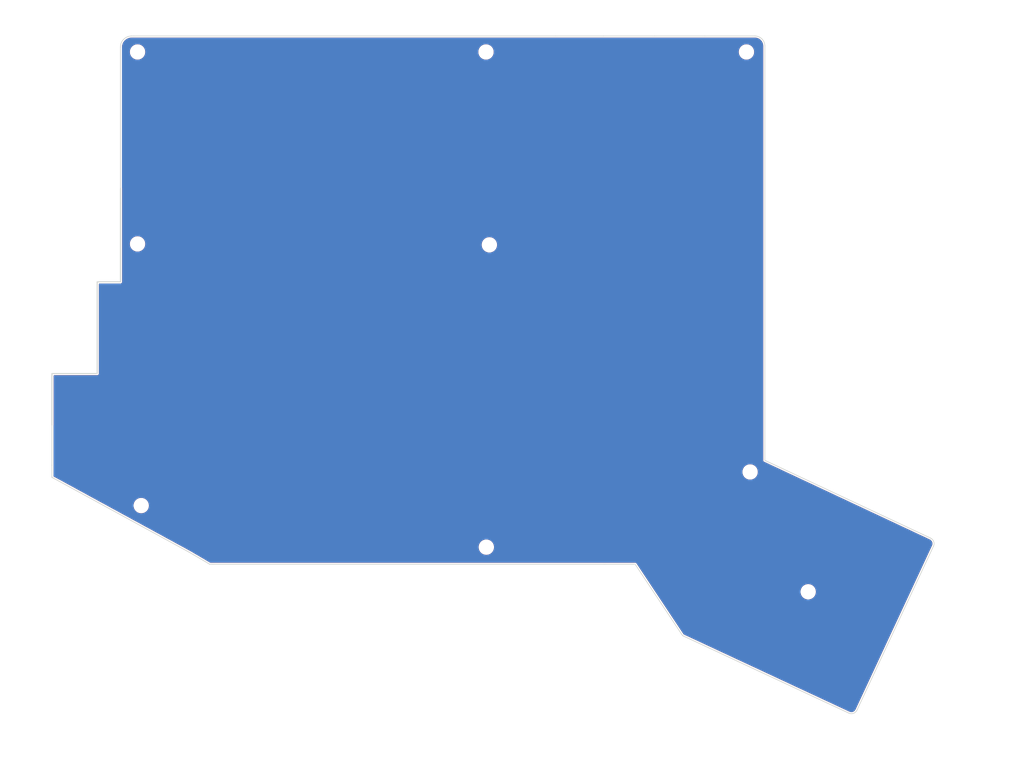
<source format=kicad_pcb>
(kicad_pcb (version 20171130) (host pcbnew "(5.1.5)-3")

  (general
    (thickness 1.6)
    (drawings 34)
    (tracks 0)
    (zones 0)
    (modules 9)
    (nets 1)
  )

  (page A4)
  (layers
    (0 F.Cu signal)
    (31 B.Cu signal)
    (32 B.Adhes user)
    (33 F.Adhes user)
    (34 B.Paste user)
    (35 F.Paste user)
    (36 B.SilkS user)
    (37 F.SilkS user)
    (38 B.Mask user)
    (39 F.Mask user)
    (40 Dwgs.User user)
    (41 Cmts.User user)
    (42 Eco1.User user)
    (43 Eco2.User user)
    (44 Edge.Cuts user)
    (45 Margin user hide)
    (46 B.CrtYd user hide)
    (47 F.CrtYd user hide)
    (48 B.Fab user hide)
    (49 F.Fab user hide)
  )

  (setup
    (last_trace_width 0.25)
    (user_trace_width 0.508)
    (user_trace_width 1.016)
    (trace_clearance 0.2032)
    (zone_clearance 0.254)
    (zone_45_only no)
    (trace_min 0.2)
    (via_size 0.8)
    (via_drill 0.4)
    (via_min_size 0.4064)
    (via_min_drill 0.3048)
    (user_via 0.508 0.3048)
    (user_via 1.016 0.508)
    (uvia_size 0.3)
    (uvia_drill 0.1)
    (uvias_allowed no)
    (uvia_min_size 0.2)
    (uvia_min_drill 0.1)
    (edge_width 0.15)
    (segment_width 0.2)
    (pcb_text_width 0.3)
    (pcb_text_size 1.5 1.5)
    (mod_edge_width 0.15)
    (mod_text_size 1 1)
    (mod_text_width 0.15)
    (pad_size 4 4)
    (pad_drill 2.5)
    (pad_to_mask_clearance 0.051)
    (solder_mask_min_width 0.25)
    (aux_axis_origin 0 0)
    (visible_elements 7FFFFFFF)
    (pcbplotparams
      (layerselection 0x01ff0_ffffffff)
      (usegerberextensions false)
      (usegerberattributes false)
      (usegerberadvancedattributes false)
      (creategerberjobfile false)
      (excludeedgelayer true)
      (linewidth 0.100000)
      (plotframeref false)
      (viasonmask false)
      (mode 1)
      (useauxorigin false)
      (hpglpennumber 1)
      (hpglpenspeed 20)
      (hpglpendiameter 15.000000)
      (psnegative false)
      (psa4output false)
      (plotreference true)
      (plotvalue true)
      (plotinvisibletext false)
      (padsonsilk false)
      (subtractmaskfromsilk false)
      (outputformat 1)
      (mirror false)
      (drillshape 0)
      (scaleselection 1)
      (outputdirectory "top_2u_left_v2"))
  )

  (net 0 "")

  (net_class Default "This is the default net class."
    (clearance 0.2032)
    (trace_width 0.25)
    (via_dia 0.8)
    (via_drill 0.4)
    (uvia_dia 0.3)
    (uvia_drill 0.1)
  )

  (module MountingHole:MountingHole_2.7mm_M2.5 (layer F.Cu) (tedit 56D1B4CB) (tstamp 5E26A1A9)
    (at 167.386 107.823)
    (descr "Mounting Hole 2.7mm, no annular, M2.5")
    (tags "mounting hole 2.7mm no annular m2.5")
    (path /5E12675F)
    (attr virtual)
    (fp_text reference H12 (at 0 -3.7) (layer Cmts.User)
      (effects (font (size 1 1) (thickness 0.15)))
    )
    (fp_text value MountingHole (at 0 3.7) (layer F.Fab)
      (effects (font (size 1 1) (thickness 0.15)))
    )
    (fp_circle (center 0 0) (end 2.95 0) (layer F.CrtYd) (width 0.05))
    (fp_circle (center 0 0) (end 2.7 0) (layer Cmts.User) (width 0.15))
    (fp_text user %R (at 0.3 0) (layer F.Fab)
      (effects (font (size 1 1) (thickness 0.15)))
    )
    (pad 1 np_thru_hole circle (at 0 0) (size 2.7 2.7) (drill 2.7) (layers *.Cu *.Mask))
  )

  (module MountingHole:MountingHole_2.7mm_M2.5 (layer F.Cu) (tedit 56D1B4CB) (tstamp 5E26A1A5)
    (at 40.132 20.574)
    (descr "Mounting Hole 2.7mm, no annular, M2.5")
    (tags "mounting hole 2.7mm no annular m2.5")
    (path /5E12F4D5)
    (attr virtual)
    (fp_text reference H11 (at 0 -3.7) (layer Cmts.User)
      (effects (font (size 1 1) (thickness 0.15)))
    )
    (fp_text value MountingHole (at 0 3.7) (layer F.Fab)
      (effects (font (size 1 1) (thickness 0.15)))
    )
    (fp_circle (center 0 0) (end 2.95 0) (layer F.CrtYd) (width 0.05))
    (fp_circle (center 0 0) (end 2.7 0) (layer Cmts.User) (width 0.15))
    (fp_text user %R (at 0.3 0) (layer F.Fab)
      (effects (font (size 1 1) (thickness 0.15)))
    )
    (pad 1 np_thru_hole circle (at 0 0) (size 2.7 2.7) (drill 2.7) (layers *.Cu *.Mask))
  )

  (module MountingHole:MountingHole_2.7mm_M2.5 (layer F.Cu) (tedit 56D1B4CB) (tstamp 5E26A1A1)
    (at 40.132 60.452)
    (descr "Mounting Hole 2.7mm, no annular, M2.5")
    (tags "mounting hole 2.7mm no annular m2.5")
    (path /5E138366)
    (attr virtual)
    (fp_text reference H10 (at 0 -3.7) (layer Cmts.User)
      (effects (font (size 1 1) (thickness 0.15)))
    )
    (fp_text value MountingHole (at 0 3.7) (layer F.Fab)
      (effects (font (size 1 1) (thickness 0.15)))
    )
    (fp_circle (center 0 0) (end 2.95 0) (layer F.CrtYd) (width 0.05))
    (fp_circle (center 0 0) (end 2.7 0) (layer Cmts.User) (width 0.15))
    (fp_text user %R (at 0.3 0) (layer F.Fab)
      (effects (font (size 1 1) (thickness 0.15)))
    )
    (pad 1 np_thru_hole circle (at 0 0) (size 2.7 2.7) (drill 2.7) (layers *.Cu *.Mask))
  )

  (module MountingHole:MountingHole_2.7mm_M2.5 (layer F.Cu) (tedit 56D1B4CB) (tstamp 5E26A19D)
    (at 112.522 20.574)
    (descr "Mounting Hole 2.7mm, no annular, M2.5")
    (tags "mounting hole 2.7mm no annular m2.5")
    (path /5E138374)
    (attr virtual)
    (fp_text reference H9 (at 0 -3.7) (layer Cmts.User)
      (effects (font (size 1 1) (thickness 0.15)))
    )
    (fp_text value MountingHole (at 0 3.7) (layer F.Fab)
      (effects (font (size 1 1) (thickness 0.15)))
    )
    (fp_circle (center 0 0) (end 2.95 0) (layer F.CrtYd) (width 0.05))
    (fp_circle (center 0 0) (end 2.7 0) (layer Cmts.User) (width 0.15))
    (fp_text user %R (at 0.3 0) (layer F.Fab)
      (effects (font (size 1 1) (thickness 0.15)))
    )
    (pad 1 np_thru_hole circle (at 0 0) (size 2.7 2.7) (drill 2.7) (layers *.Cu *.Mask))
  )

  (module MountingHole:MountingHole_2.7mm_M2.5 (layer F.Cu) (tedit 56D1B4CB) (tstamp 5E26A199)
    (at 179.451 132.715)
    (descr "Mounting Hole 2.7mm, no annular, M2.5")
    (tags "mounting hole 2.7mm no annular m2.5")
    (path /5E13836D)
    (attr virtual)
    (fp_text reference H8 (at 0 -3.7) (layer Cmts.User)
      (effects (font (size 1 1) (thickness 0.15)))
    )
    (fp_text value MountingHole (at 0 3.7) (layer F.Fab)
      (effects (font (size 1 1) (thickness 0.15)))
    )
    (fp_circle (center 0 0) (end 2.95 0) (layer F.CrtYd) (width 0.05))
    (fp_circle (center 0 0) (end 2.7 0) (layer Cmts.User) (width 0.15))
    (fp_text user %R (at 0.3 0) (layer F.Fab)
      (effects (font (size 1 1) (thickness 0.15)))
    )
    (pad 1 np_thru_hole circle (at 0 0) (size 2.7 2.7) (drill 2.7) (layers *.Cu *.Mask))
  )

  (module MountingHole:MountingHole_2.7mm_M2.5 (layer F.Cu) (tedit 56D1B4CB) (tstamp 5E26A191)
    (at 113.22 60.6425)
    (descr "Mounting Hole 2.7mm, no annular, M2.5")
    (tags "mounting hole 2.7mm no annular m2.5")
    (path /5E126410)
    (attr virtual)
    (fp_text reference H5 (at 0 -3.7) (layer Cmts.User)
      (effects (font (size 1 1) (thickness 0.15)))
    )
    (fp_text value MountingHole (at 0 3.7) (layer F.Fab)
      (effects (font (size 1 1) (thickness 0.15)))
    )
    (fp_circle (center 0 0) (end 2.95 0) (layer F.CrtYd) (width 0.05))
    (fp_circle (center 0 0) (end 2.7 0) (layer Cmts.User) (width 0.15))
    (fp_text user %R (at 0.3 0) (layer F.Fab)
      (effects (font (size 1 1) (thickness 0.15)))
    )
    (pad 1 np_thru_hole circle (at 0 0) (size 2.7 2.7) (drill 2.7) (layers *.Cu *.Mask))
  )

  (module MountingHole:MountingHole_2.7mm_M2.5 (layer F.Cu) (tedit 56D1B4CB) (tstamp 5E26A18D)
    (at 40.894 114.808)
    (descr "Mounting Hole 2.7mm, no annular, M2.5")
    (tags "mounting hole 2.7mm no annular m2.5")
    (path /5E1411B2)
    (attr virtual)
    (fp_text reference H3 (at 0 -3.7) (layer Cmts.User)
      (effects (font (size 1 1) (thickness 0.15)))
    )
    (fp_text value MountingHole (at 0 3.7) (layer F.Fab)
      (effects (font (size 1 1) (thickness 0.15)))
    )
    (fp_circle (center 0 0) (end 2.95 0) (layer F.CrtYd) (width 0.05))
    (fp_circle (center 0 0) (end 2.7 0) (layer Cmts.User) (width 0.15))
    (fp_text user %R (at 0.3 0) (layer F.Fab)
      (effects (font (size 1 1) (thickness 0.15)))
    )
    (pad 1 np_thru_hole circle (at 0 0) (size 2.7 2.7) (drill 2.7) (layers *.Cu *.Mask))
  )

  (module MountingHole:MountingHole_2.7mm_M2.5 (layer F.Cu) (tedit 56D1B4CB) (tstamp 5E26A189)
    (at 112.586 123.444)
    (descr "Mounting Hole 2.7mm, no annular, M2.5")
    (tags "mounting hole 2.7mm no annular m2.5")
    (path /5E1411AB)
    (attr virtual)
    (fp_text reference H2 (at 0 -3.7) (layer Cmts.User)
      (effects (font (size 1 1) (thickness 0.15)))
    )
    (fp_text value MountingHole (at 0 3.7) (layer F.Fab)
      (effects (font (size 1 1) (thickness 0.15)))
    )
    (fp_circle (center 0 0) (end 2.95 0) (layer F.CrtYd) (width 0.05))
    (fp_circle (center 0 0) (end 2.7 0) (layer Cmts.User) (width 0.15))
    (fp_text user %R (at 0.3 0) (layer F.Fab)
      (effects (font (size 1 1) (thickness 0.15)))
    )
    (pad 1 np_thru_hole circle (at 0 0) (size 2.7 2.7) (drill 2.7) (layers *.Cu *.Mask))
  )

  (module MountingHole:MountingHole_2.7mm_M2.5 (layer F.Cu) (tedit 56D1B4CB) (tstamp 5E26A185)
    (at 166.624 20.574)
    (descr "Mounting Hole 2.7mm, no annular, M2.5")
    (tags "mounting hole 2.7mm no annular m2.5")
    (path /5E1411A4)
    (attr virtual)
    (fp_text reference H1 (at 0 -3.7) (layer Cmts.User)
      (effects (font (size 1 1) (thickness 0.15)))
    )
    (fp_text value MountingHole (at 0 3.7) (layer F.Fab)
      (effects (font (size 1 1) (thickness 0.15)))
    )
    (fp_circle (center 0 0) (end 2.95 0) (layer F.CrtYd) (width 0.05))
    (fp_circle (center 0 0) (end 2.7 0) (layer Cmts.User) (width 0.15))
    (fp_text user %R (at 0.3 0) (layer F.Fab)
      (effects (font (size 1 1) (thickness 0.15)))
    )
    (pad 1 np_thru_hole circle (at 0 0) (size 2.7 2.7) (drill 2.7) (layers *.Cu *.Mask))
  )

  (gr_line (start 31.75 68.326) (end 36.576 68.326) (layer Edge.Cuts) (width 0.2))
  (gr_line (start 38.862 17.272) (end 39.37 17.272) (layer Edge.Cuts) (width 0.15))
  (gr_line (start 36.576 48.895) (end 36.576 19.558) (layer Edge.Cuts) (width 0.15))
  (gr_line (start 36.576 51.943) (end 36.576 48.895) (layer Edge.Cuts) (width 0.2))
  (gr_line (start 36.576 68.326) (end 36.576 51.943) (layer Edge.Cuts) (width 0.2))
  (gr_line (start 31.75 87.376) (end 31.75 68.326) (layer Edge.Cuts) (width 0.2))
  (gr_line (start 22.352 87.376) (end 31.75 87.376) (layer Edge.Cuts) (width 0.2))
  (gr_line (start 22.352 87.503) (end 22.352 87.376) (layer Edge.Cuts) (width 0.2))
  (gr_line (start 22.352 98.044) (end 22.352 87.503) (layer Edge.Cuts) (width 0.2))
  (gr_line (start 157.988 17.272) (end 168.402 17.272) (layer Edge.Cuts) (width 0.15))
  (gr_line (start 147.574 17.272) (end 157.988 17.272) (layer Edge.Cuts) (width 0.15))
  (gr_line (start 136.906 17.272) (end 147.574 17.272) (layer Edge.Cuts) (width 0.15))
  (gr_line (start 127 17.272) (end 136.906 17.272) (layer Edge.Cuts) (width 0.15))
  (gr_arc (start 204.316044 122.709621) (end 205.467055 123.246347) (angle -90) (layer Edge.Cuts) (width 0.15) (tstamp 5E18BE00))
  (gr_line (start 204.392365 121.343921) (end 204.85277 121.55861) (layer Edge.Cuts) (width 0.15) (tstamp 5E18B545))
  (gr_line (start 170.434 19.304) (end 170.434 105.41) (layer Edge.Cuts) (width 0.15))
  (gr_line (start 153.3652 141.8336) (end 143.51 127) (layer Edge.Cuts) (width 0.15))
  (gr_line (start 153.585583 141.929498) (end 153.3652 141.8336) (layer Edge.Cuts) (width 0.15))
  (gr_line (start 205.467055 123.246347) (end 189.57798 157.30474) (layer Edge.Cuts) (width 0.15) (tstamp 5E18BE06))
  (gr_arc (start 188.426969 156.768015) (end 187.890244 157.919026) (angle -90) (layer Edge.Cuts) (width 0.15))
  (gr_line (start 153.585583 141.929498) (end 187.890244 157.919026) (layer Edge.Cuts) (width 0.15))
  (gr_line (start 170.434 105.41) (end 204.392365 121.343921) (layer Edge.Cuts) (width 0.15))
  (gr_arc (start 168.402 19.304) (end 170.434 19.304) (angle -90) (layer Edge.Cuts) (width 0.15))
  (gr_arc (start 38.866 19.558) (end 38.866 17.272) (angle -90) (layer Edge.Cuts) (width 0.15))
  (gr_line (start 127 17.272) (end 39.37 17.272) (layer Edge.Cuts) (width 0.15))
  (gr_line (start 137.16 127) (end 143.51 127) (layer Edge.Cuts) (width 0.15))
  (gr_line (start 22.352 108.966) (end 22.86 109.22) (layer Edge.Cuts) (width 0.15))
  (gr_line (start 22.352 106.426) (end 22.352 108.966) (layer Edge.Cuts) (width 0.15))
  (gr_line (start 22.352 98.044) (end 22.352 106.426) (layer Edge.Cuts) (width 0.15))
  (gr_line (start 55.118 127) (end 55.88 127) (layer Edge.Cuts) (width 0.15))
  (gr_line (start 53.848 126.238) (end 55.118 127) (layer Edge.Cuts) (width 0.15))
  (gr_line (start 50.8 124.46) (end 53.848 126.238) (layer Edge.Cuts) (width 0.15))
  (gr_line (start 55.88 127) (end 137.16 127) (layer Edge.Cuts) (width 0.15))
  (gr_line (start 22.86 109.22) (end 50.8 124.46) (layer Edge.Cuts) (width 0.15))

  (zone (net 0) (net_name "") (layer F.Cu) (tstamp 5E206A11) (hatch edge 0.508)
    (connect_pads yes (clearance 0.254))
    (min_thickness 0.254)
    (fill yes (arc_segments 16) (thermal_gap 0.254) (thermal_bridge_width 0.254))
    (polygon
      (pts
        (xy 195.7705 161.115375) (xy 189.1665 162.3695) (xy 150.27275 148.43125) (xy 138.858625 133.048375) (xy 54.943375 130.857625)
        (xy 18.25625 109.2835) (xy 18.31975 19.7485) (xy 24.47925 15.6845) (xy 169.164 13.589) (xy 174.752 19.431)
        (xy 179.451 99.822) (xy 209.6135 120.36425) (xy 216.4715 125.650625)
      )
    )
    (filled_polygon
      (pts
        (xy 168.707689 17.76016) (xy 169.001735 17.848937) (xy 169.272936 17.993138) (xy 169.510961 18.187266) (xy 169.706751 18.423936)
        (xy 169.85284 18.69412) (xy 169.943669 18.987542) (xy 169.978 19.314187) (xy 169.978001 105.377068) (xy 169.97628 105.388921)
        (xy 169.978001 105.421893) (xy 169.978001 105.432399) (xy 169.979168 105.444245) (xy 169.980962 105.478622) (xy 169.983563 105.488872)
        (xy 169.984599 105.499392) (xy 169.994586 105.532315) (xy 170.003054 105.565686) (xy 170.007606 105.575235) (xy 170.010674 105.585348)
        (xy 170.026893 105.615692) (xy 170.041708 105.646768) (xy 170.048033 105.655243) (xy 170.053017 105.664566) (xy 170.074852 105.691172)
        (xy 170.095437 105.718751) (xy 170.103291 105.725825) (xy 170.11 105.734001) (xy 170.136605 105.755835) (xy 170.162176 105.778869)
        (xy 170.171264 105.784278) (xy 170.179435 105.790984) (xy 170.20978 105.807204) (xy 170.220022 105.8133) (xy 170.229544 105.817768)
        (xy 170.258653 105.833327) (xy 170.270112 105.836803) (xy 204.178884 121.747454) (xy 204.179352 121.747731) (xy 204.199044 121.756913)
        (xy 204.218942 121.76625) (xy 204.21946 121.766434) (xy 204.639837 121.962458) (xy 204.795505 122.054519) (xy 204.913617 122.160123)
        (xy 205.008969 122.286659) (xy 205.077926 122.429303) (xy 205.117864 122.582626) (xy 205.127259 122.740784) (xy 205.105757 122.897758)
        (xy 205.047312 123.067492) (xy 189.174156 157.091768) (xy 189.082069 157.247479) (xy 188.976466 157.365588) (xy 188.849934 157.460937)
        (xy 188.707288 157.529895) (xy 188.553964 157.569834) (xy 188.395808 157.57923) (xy 188.238835 157.557727) (xy 188.069046 157.499265)
        (xy 153.793201 141.523169) (xy 153.788067 141.520307) (xy 153.772909 141.513711) (xy 153.757925 141.506727) (xy 153.75238 141.504778)
        (xy 153.670543 141.469167) (xy 147.741149 132.544511) (xy 177.72 132.544511) (xy 177.72 132.885489) (xy 177.786521 133.219914)
        (xy 177.917007 133.534936) (xy 178.106444 133.818448) (xy 178.347552 134.059556) (xy 178.631064 134.248993) (xy 178.946086 134.379479)
        (xy 179.280511 134.446) (xy 179.621489 134.446) (xy 179.955914 134.379479) (xy 180.270936 134.248993) (xy 180.554448 134.059556)
        (xy 180.795556 133.818448) (xy 180.984993 133.534936) (xy 181.115479 133.219914) (xy 181.182 132.885489) (xy 181.182 132.544511)
        (xy 181.115479 132.210086) (xy 180.984993 131.895064) (xy 180.795556 131.611552) (xy 180.554448 131.370444) (xy 180.270936 131.181007)
        (xy 179.955914 131.050521) (xy 179.621489 130.984) (xy 179.280511 130.984) (xy 178.946086 131.050521) (xy 178.631064 131.181007)
        (xy 178.347552 131.370444) (xy 178.106444 131.611552) (xy 177.917007 131.895064) (xy 177.786521 132.210086) (xy 177.72 132.544511)
        (xy 147.741149 132.544511) (xy 143.901879 126.765817) (xy 143.890984 126.745434) (xy 143.862734 126.711011) (xy 143.834851 126.676852)
        (xy 143.834387 126.676469) (xy 143.834001 126.675999) (xy 143.799574 126.647746) (xy 143.765565 126.619686) (xy 143.765035 126.619401)
        (xy 143.764566 126.619016) (xy 143.725244 126.597998) (xy 143.686459 126.577136) (xy 143.685886 126.57696) (xy 143.685348 126.576673)
        (xy 143.642643 126.563718) (xy 143.600572 126.550835) (xy 143.599974 126.550774) (xy 143.599392 126.550598) (xy 143.555091 126.546235)
        (xy 143.511204 126.541796) (xy 143.488206 126.544) (xy 55.244305 126.544) (xy 54.099406 125.857062) (xy 54.097113 125.855403)
        (xy 54.080134 125.845499) (xy 54.063403 125.83546) (xy 54.060864 125.834257) (xy 51.043452 124.074101) (xy 51.03802 124.070405)
        (xy 51.024087 124.062805) (xy 51.010417 124.054831) (xy 51.004461 124.0521) (xy 49.577048 123.273511) (xy 110.855 123.273511)
        (xy 110.855 123.614489) (xy 110.921521 123.948914) (xy 111.052007 124.263936) (xy 111.241444 124.547448) (xy 111.482552 124.788556)
        (xy 111.766064 124.977993) (xy 112.081086 125.108479) (xy 112.415511 125.175) (xy 112.756489 125.175) (xy 113.090914 125.108479)
        (xy 113.405936 124.977993) (xy 113.689448 124.788556) (xy 113.930556 124.547448) (xy 114.119993 124.263936) (xy 114.250479 123.948914)
        (xy 114.317 123.614489) (xy 114.317 123.273511) (xy 114.250479 122.939086) (xy 114.119993 122.624064) (xy 113.930556 122.340552)
        (xy 113.689448 122.099444) (xy 113.405936 121.910007) (xy 113.090914 121.779521) (xy 112.756489 121.713) (xy 112.415511 121.713)
        (xy 112.081086 121.779521) (xy 111.766064 121.910007) (xy 111.482552 122.099444) (xy 111.241444 122.340552) (xy 111.052007 122.624064)
        (xy 110.921521 122.939086) (xy 110.855 123.273511) (xy 49.577048 123.273511) (xy 33.744381 114.637511) (xy 39.163 114.637511)
        (xy 39.163 114.978489) (xy 39.229521 115.312914) (xy 39.360007 115.627936) (xy 39.549444 115.911448) (xy 39.790552 116.152556)
        (xy 40.074064 116.341993) (xy 40.389086 116.472479) (xy 40.723511 116.539) (xy 41.064489 116.539) (xy 41.398914 116.472479)
        (xy 41.713936 116.341993) (xy 41.997448 116.152556) (xy 42.238556 115.911448) (xy 42.427993 115.627936) (xy 42.558479 115.312914)
        (xy 42.625 114.978489) (xy 42.625 114.637511) (xy 42.558479 114.303086) (xy 42.427993 113.988064) (xy 42.238556 113.704552)
        (xy 41.997448 113.463444) (xy 41.713936 113.274007) (xy 41.398914 113.143521) (xy 41.064489 113.077) (xy 40.723511 113.077)
        (xy 40.389086 113.143521) (xy 40.074064 113.274007) (xy 39.790552 113.463444) (xy 39.549444 113.704552) (xy 39.360007 113.988064)
        (xy 39.229521 114.303086) (xy 39.163 114.637511) (xy 33.744381 114.637511) (xy 23.090857 108.826498) (xy 23.083963 108.822159)
        (xy 23.071221 108.815788) (xy 23.058692 108.808954) (xy 23.051181 108.805768) (xy 22.808 108.684178) (xy 22.808 107.652511)
        (xy 165.655 107.652511) (xy 165.655 107.993489) (xy 165.721521 108.327914) (xy 165.852007 108.642936) (xy 166.041444 108.926448)
        (xy 166.282552 109.167556) (xy 166.566064 109.356993) (xy 166.881086 109.487479) (xy 167.215511 109.554) (xy 167.556489 109.554)
        (xy 167.890914 109.487479) (xy 168.205936 109.356993) (xy 168.489448 109.167556) (xy 168.730556 108.926448) (xy 168.919993 108.642936)
        (xy 169.050479 108.327914) (xy 169.117 107.993489) (xy 169.117 107.652511) (xy 169.050479 107.318086) (xy 168.919993 107.003064)
        (xy 168.730556 106.719552) (xy 168.489448 106.478444) (xy 168.205936 106.289007) (xy 167.890914 106.158521) (xy 167.556489 106.092)
        (xy 167.215511 106.092) (xy 166.881086 106.158521) (xy 166.566064 106.289007) (xy 166.282552 106.478444) (xy 166.041444 106.719552)
        (xy 165.852007 107.003064) (xy 165.721521 107.318086) (xy 165.655 107.652511) (xy 22.808 107.652511) (xy 22.808 98.197762)
        (xy 22.82604 98.138292) (xy 22.833 98.067626) (xy 22.833 87.857) (xy 31.726374 87.857) (xy 31.75 87.859327)
        (xy 31.773626 87.857) (xy 31.844292 87.85004) (xy 31.934961 87.822536) (xy 32.018522 87.777872) (xy 32.091764 87.717764)
        (xy 32.151872 87.644522) (xy 32.196536 87.560961) (xy 32.22404 87.470292) (xy 32.233327 87.376) (xy 32.231 87.352374)
        (xy 32.231 68.807) (xy 36.552374 68.807) (xy 36.576 68.809327) (xy 36.599626 68.807) (xy 36.670292 68.80004)
        (xy 36.760961 68.772536) (xy 36.844522 68.727872) (xy 36.917764 68.667764) (xy 36.977872 68.594522) (xy 37.022536 68.510961)
        (xy 37.05004 68.420292) (xy 37.059327 68.326) (xy 37.057 68.302374) (xy 37.057 60.281511) (xy 38.401 60.281511)
        (xy 38.401 60.622489) (xy 38.467521 60.956914) (xy 38.598007 61.271936) (xy 38.787444 61.555448) (xy 39.028552 61.796556)
        (xy 39.312064 61.985993) (xy 39.627086 62.116479) (xy 39.961511 62.183) (xy 40.302489 62.183) (xy 40.636914 62.116479)
        (xy 40.951936 61.985993) (xy 41.235448 61.796556) (xy 41.476556 61.555448) (xy 41.665993 61.271936) (xy 41.796479 60.956914)
        (xy 41.863 60.622489) (xy 41.863 60.472011) (xy 111.489 60.472011) (xy 111.489 60.812989) (xy 111.555521 61.147414)
        (xy 111.686007 61.462436) (xy 111.875444 61.745948) (xy 112.116552 61.987056) (xy 112.400064 62.176493) (xy 112.715086 62.306979)
        (xy 113.049511 62.3735) (xy 113.390489 62.3735) (xy 113.724914 62.306979) (xy 114.039936 62.176493) (xy 114.323448 61.987056)
        (xy 114.564556 61.745948) (xy 114.753993 61.462436) (xy 114.884479 61.147414) (xy 114.951 60.812989) (xy 114.951 60.472011)
        (xy 114.884479 60.137586) (xy 114.753993 59.822564) (xy 114.564556 59.539052) (xy 114.323448 59.297944) (xy 114.039936 59.108507)
        (xy 113.724914 58.978021) (xy 113.390489 58.9115) (xy 113.049511 58.9115) (xy 112.715086 58.978021) (xy 112.400064 59.108507)
        (xy 112.116552 59.297944) (xy 111.875444 59.539052) (xy 111.686007 59.822564) (xy 111.555521 60.137586) (xy 111.489 60.472011)
        (xy 41.863 60.472011) (xy 41.863 60.281511) (xy 41.796479 59.947086) (xy 41.665993 59.632064) (xy 41.476556 59.348552)
        (xy 41.235448 59.107444) (xy 40.951936 58.918007) (xy 40.636914 58.787521) (xy 40.302489 58.721) (xy 39.961511 58.721)
        (xy 39.627086 58.787521) (xy 39.312064 58.918007) (xy 39.028552 59.107444) (xy 38.787444 59.348552) (xy 38.598007 59.632064)
        (xy 38.467521 59.947086) (xy 38.401 60.281511) (xy 37.057 60.281511) (xy 37.057 48.871374) (xy 37.05004 48.800708)
        (xy 37.032 48.741238) (xy 37.032 20.403511) (xy 38.401 20.403511) (xy 38.401 20.744489) (xy 38.467521 21.078914)
        (xy 38.598007 21.393936) (xy 38.787444 21.677448) (xy 39.028552 21.918556) (xy 39.312064 22.107993) (xy 39.627086 22.238479)
        (xy 39.961511 22.305) (xy 40.302489 22.305) (xy 40.636914 22.238479) (xy 40.951936 22.107993) (xy 41.235448 21.918556)
        (xy 41.476556 21.677448) (xy 41.665993 21.393936) (xy 41.796479 21.078914) (xy 41.863 20.744489) (xy 41.863 20.403511)
        (xy 110.791 20.403511) (xy 110.791 20.744489) (xy 110.857521 21.078914) (xy 110.988007 21.393936) (xy 111.177444 21.677448)
        (xy 111.418552 21.918556) (xy 111.702064 22.107993) (xy 112.017086 22.238479) (xy 112.351511 22.305) (xy 112.692489 22.305)
        (xy 113.026914 22.238479) (xy 113.341936 22.107993) (xy 113.625448 21.918556) (xy 113.866556 21.677448) (xy 114.055993 21.393936)
        (xy 114.186479 21.078914) (xy 114.253 20.744489) (xy 114.253 20.403511) (xy 164.893 20.403511) (xy 164.893 20.744489)
        (xy 164.959521 21.078914) (xy 165.090007 21.393936) (xy 165.279444 21.677448) (xy 165.520552 21.918556) (xy 165.804064 22.107993)
        (xy 166.119086 22.238479) (xy 166.453511 22.305) (xy 166.794489 22.305) (xy 167.128914 22.238479) (xy 167.443936 22.107993)
        (xy 167.727448 21.918556) (xy 167.968556 21.677448) (xy 168.157993 21.393936) (xy 168.288479 21.078914) (xy 168.355 20.744489)
        (xy 168.355 20.403511) (xy 168.288479 20.069086) (xy 168.157993 19.754064) (xy 167.968556 19.470552) (xy 167.727448 19.229444)
        (xy 167.443936 19.040007) (xy 167.128914 18.909521) (xy 166.794489 18.843) (xy 166.453511 18.843) (xy 166.119086 18.909521)
        (xy 165.804064 19.040007) (xy 165.520552 19.229444) (xy 165.279444 19.470552) (xy 165.090007 19.754064) (xy 164.959521 20.069086)
        (xy 164.893 20.403511) (xy 114.253 20.403511) (xy 114.186479 20.069086) (xy 114.055993 19.754064) (xy 113.866556 19.470552)
        (xy 113.625448 19.229444) (xy 113.341936 19.040007) (xy 113.026914 18.909521) (xy 112.692489 18.843) (xy 112.351511 18.843)
        (xy 112.017086 18.909521) (xy 111.702064 19.040007) (xy 111.418552 19.229444) (xy 111.177444 19.470552) (xy 110.988007 19.754064)
        (xy 110.857521 20.069086) (xy 110.791 20.403511) (xy 41.863 20.403511) (xy 41.796479 20.069086) (xy 41.665993 19.754064)
        (xy 41.476556 19.470552) (xy 41.235448 19.229444) (xy 40.951936 19.040007) (xy 40.636914 18.909521) (xy 40.302489 18.843)
        (xy 39.961511 18.843) (xy 39.627086 18.909521) (xy 39.312064 19.040007) (xy 39.028552 19.229444) (xy 38.787444 19.470552)
        (xy 38.598007 19.754064) (xy 38.467521 20.069086) (xy 38.401 20.403511) (xy 37.032 20.403511) (xy 37.032 19.614283)
        (xy 37.033159 19.608831) (xy 37.033824 19.602498) (xy 37.072998 19.202974) (xy 37.176103 18.861473) (xy 37.343575 18.546504)
        (xy 37.569038 18.270059) (xy 37.843897 18.042676) (xy 38.157695 17.873006) (xy 38.498468 17.767519) (xy 38.874472 17.728)
        (xy 168.379695 17.728)
      )
    )
  )
  (zone (net 0) (net_name "") (layer B.Cu) (tstamp 5E206A0E) (hatch edge 0.508)
    (connect_pads yes (clearance 0.254))
    (min_thickness 0.254)
    (fill yes (arc_segments 16) (thermal_gap 0.254) (thermal_bridge_width 0.254))
    (polygon
      (pts
        (xy 127.889 12.192) (xy 136.906 10.16) (xy 147.574 10.16) (xy 151.384 10.795) (xy 158.115 9.779)
        (xy 157.988 10.16) (xy 167.894 10.287) (xy 179.578 13.97) (xy 193.548 19.177) (xy 209.042 95.758)
        (xy 224.282 125.603) (xy 218.059 132.969) (xy 202.057 167.259) (xy 186.8805 161.925) (xy 144.3355 150.241)
        (xy 130.81 139.065) (xy 42.418 139.065) (xy 11.557 110.49) (xy 11.557 21.082) (xy 23.749 14.605)
      )
    )
    (filled_polygon
      (pts
        (xy 168.707689 17.76016) (xy 169.001735 17.848937) (xy 169.272936 17.993138) (xy 169.510961 18.187266) (xy 169.706751 18.423936)
        (xy 169.85284 18.69412) (xy 169.943669 18.987542) (xy 169.978 19.314187) (xy 169.978001 105.377068) (xy 169.97628 105.388921)
        (xy 169.978001 105.421893) (xy 169.978001 105.432399) (xy 169.979168 105.444245) (xy 169.980962 105.478622) (xy 169.983563 105.488872)
        (xy 169.984599 105.499392) (xy 169.994586 105.532315) (xy 170.003054 105.565686) (xy 170.007606 105.575235) (xy 170.010674 105.585348)
        (xy 170.026893 105.615692) (xy 170.041708 105.646768) (xy 170.048033 105.655243) (xy 170.053017 105.664566) (xy 170.074852 105.691172)
        (xy 170.095437 105.718751) (xy 170.103291 105.725825) (xy 170.11 105.734001) (xy 170.136605 105.755835) (xy 170.162176 105.778869)
        (xy 170.171264 105.784278) (xy 170.179435 105.790984) (xy 170.20978 105.807204) (xy 170.220022 105.8133) (xy 170.229544 105.817768)
        (xy 170.258653 105.833327) (xy 170.270112 105.836803) (xy 204.178884 121.747454) (xy 204.179352 121.747731) (xy 204.199044 121.756913)
        (xy 204.218942 121.76625) (xy 204.21946 121.766434) (xy 204.639837 121.962458) (xy 204.795505 122.054519) (xy 204.913617 122.160123)
        (xy 205.008969 122.286659) (xy 205.077926 122.429303) (xy 205.117864 122.582626) (xy 205.127259 122.740784) (xy 205.105757 122.897758)
        (xy 205.047312 123.067492) (xy 189.174156 157.091768) (xy 189.082069 157.247479) (xy 188.976466 157.365588) (xy 188.849934 157.460937)
        (xy 188.707288 157.529895) (xy 188.553964 157.569834) (xy 188.395808 157.57923) (xy 188.238835 157.557727) (xy 188.069046 157.499265)
        (xy 153.793201 141.523169) (xy 153.788067 141.520307) (xy 153.772909 141.513711) (xy 153.757925 141.506727) (xy 153.75238 141.504778)
        (xy 153.670543 141.469167) (xy 147.741149 132.544511) (xy 177.72 132.544511) (xy 177.72 132.885489) (xy 177.786521 133.219914)
        (xy 177.917007 133.534936) (xy 178.106444 133.818448) (xy 178.347552 134.059556) (xy 178.631064 134.248993) (xy 178.946086 134.379479)
        (xy 179.280511 134.446) (xy 179.621489 134.446) (xy 179.955914 134.379479) (xy 180.270936 134.248993) (xy 180.554448 134.059556)
        (xy 180.795556 133.818448) (xy 180.984993 133.534936) (xy 181.115479 133.219914) (xy 181.182 132.885489) (xy 181.182 132.544511)
        (xy 181.115479 132.210086) (xy 180.984993 131.895064) (xy 180.795556 131.611552) (xy 180.554448 131.370444) (xy 180.270936 131.181007)
        (xy 179.955914 131.050521) (xy 179.621489 130.984) (xy 179.280511 130.984) (xy 178.946086 131.050521) (xy 178.631064 131.181007)
        (xy 178.347552 131.370444) (xy 178.106444 131.611552) (xy 177.917007 131.895064) (xy 177.786521 132.210086) (xy 177.72 132.544511)
        (xy 147.741149 132.544511) (xy 143.901879 126.765817) (xy 143.890984 126.745434) (xy 143.862734 126.711011) (xy 143.834851 126.676852)
        (xy 143.834387 126.676469) (xy 143.834001 126.675999) (xy 143.799574 126.647746) (xy 143.765565 126.619686) (xy 143.765035 126.619401)
        (xy 143.764566 126.619016) (xy 143.725244 126.597998) (xy 143.686459 126.577136) (xy 143.685886 126.57696) (xy 143.685348 126.576673)
        (xy 143.642643 126.563718) (xy 143.600572 126.550835) (xy 143.599974 126.550774) (xy 143.599392 126.550598) (xy 143.555091 126.546235)
        (xy 143.511204 126.541796) (xy 143.488206 126.544) (xy 55.244305 126.544) (xy 54.099406 125.857062) (xy 54.097113 125.855403)
        (xy 54.080134 125.845499) (xy 54.063403 125.83546) (xy 54.060864 125.834257) (xy 51.043452 124.074101) (xy 51.03802 124.070405)
        (xy 51.024087 124.062805) (xy 51.010417 124.054831) (xy 51.004461 124.0521) (xy 49.577048 123.273511) (xy 110.855 123.273511)
        (xy 110.855 123.614489) (xy 110.921521 123.948914) (xy 111.052007 124.263936) (xy 111.241444 124.547448) (xy 111.482552 124.788556)
        (xy 111.766064 124.977993) (xy 112.081086 125.108479) (xy 112.415511 125.175) (xy 112.756489 125.175) (xy 113.090914 125.108479)
        (xy 113.405936 124.977993) (xy 113.689448 124.788556) (xy 113.930556 124.547448) (xy 114.119993 124.263936) (xy 114.250479 123.948914)
        (xy 114.317 123.614489) (xy 114.317 123.273511) (xy 114.250479 122.939086) (xy 114.119993 122.624064) (xy 113.930556 122.340552)
        (xy 113.689448 122.099444) (xy 113.405936 121.910007) (xy 113.090914 121.779521) (xy 112.756489 121.713) (xy 112.415511 121.713)
        (xy 112.081086 121.779521) (xy 111.766064 121.910007) (xy 111.482552 122.099444) (xy 111.241444 122.340552) (xy 111.052007 122.624064)
        (xy 110.921521 122.939086) (xy 110.855 123.273511) (xy 49.577048 123.273511) (xy 33.744381 114.637511) (xy 39.163 114.637511)
        (xy 39.163 114.978489) (xy 39.229521 115.312914) (xy 39.360007 115.627936) (xy 39.549444 115.911448) (xy 39.790552 116.152556)
        (xy 40.074064 116.341993) (xy 40.389086 116.472479) (xy 40.723511 116.539) (xy 41.064489 116.539) (xy 41.398914 116.472479)
        (xy 41.713936 116.341993) (xy 41.997448 116.152556) (xy 42.238556 115.911448) (xy 42.427993 115.627936) (xy 42.558479 115.312914)
        (xy 42.625 114.978489) (xy 42.625 114.637511) (xy 42.558479 114.303086) (xy 42.427993 113.988064) (xy 42.238556 113.704552)
        (xy 41.997448 113.463444) (xy 41.713936 113.274007) (xy 41.398914 113.143521) (xy 41.064489 113.077) (xy 40.723511 113.077)
        (xy 40.389086 113.143521) (xy 40.074064 113.274007) (xy 39.790552 113.463444) (xy 39.549444 113.704552) (xy 39.360007 113.988064)
        (xy 39.229521 114.303086) (xy 39.163 114.637511) (xy 33.744381 114.637511) (xy 23.090857 108.826498) (xy 23.083963 108.822159)
        (xy 23.071221 108.815788) (xy 23.058692 108.808954) (xy 23.051181 108.805768) (xy 22.808 108.684178) (xy 22.808 107.652511)
        (xy 165.655 107.652511) (xy 165.655 107.993489) (xy 165.721521 108.327914) (xy 165.852007 108.642936) (xy 166.041444 108.926448)
        (xy 166.282552 109.167556) (xy 166.566064 109.356993) (xy 166.881086 109.487479) (xy 167.215511 109.554) (xy 167.556489 109.554)
        (xy 167.890914 109.487479) (xy 168.205936 109.356993) (xy 168.489448 109.167556) (xy 168.730556 108.926448) (xy 168.919993 108.642936)
        (xy 169.050479 108.327914) (xy 169.117 107.993489) (xy 169.117 107.652511) (xy 169.050479 107.318086) (xy 168.919993 107.003064)
        (xy 168.730556 106.719552) (xy 168.489448 106.478444) (xy 168.205936 106.289007) (xy 167.890914 106.158521) (xy 167.556489 106.092)
        (xy 167.215511 106.092) (xy 166.881086 106.158521) (xy 166.566064 106.289007) (xy 166.282552 106.478444) (xy 166.041444 106.719552)
        (xy 165.852007 107.003064) (xy 165.721521 107.318086) (xy 165.655 107.652511) (xy 22.808 107.652511) (xy 22.808 98.197762)
        (xy 22.82604 98.138292) (xy 22.833 98.067626) (xy 22.833 87.857) (xy 31.726374 87.857) (xy 31.75 87.859327)
        (xy 31.773626 87.857) (xy 31.844292 87.85004) (xy 31.934961 87.822536) (xy 32.018522 87.777872) (xy 32.091764 87.717764)
        (xy 32.151872 87.644522) (xy 32.196536 87.560961) (xy 32.22404 87.470292) (xy 32.233327 87.376) (xy 32.231 87.352374)
        (xy 32.231 68.807) (xy 36.552374 68.807) (xy 36.576 68.809327) (xy 36.599626 68.807) (xy 36.670292 68.80004)
        (xy 36.760961 68.772536) (xy 36.844522 68.727872) (xy 36.917764 68.667764) (xy 36.977872 68.594522) (xy 37.022536 68.510961)
        (xy 37.05004 68.420292) (xy 37.059327 68.326) (xy 37.057 68.302374) (xy 37.057 60.281511) (xy 38.401 60.281511)
        (xy 38.401 60.622489) (xy 38.467521 60.956914) (xy 38.598007 61.271936) (xy 38.787444 61.555448) (xy 39.028552 61.796556)
        (xy 39.312064 61.985993) (xy 39.627086 62.116479) (xy 39.961511 62.183) (xy 40.302489 62.183) (xy 40.636914 62.116479)
        (xy 40.951936 61.985993) (xy 41.235448 61.796556) (xy 41.476556 61.555448) (xy 41.665993 61.271936) (xy 41.796479 60.956914)
        (xy 41.863 60.622489) (xy 41.863 60.472011) (xy 111.489 60.472011) (xy 111.489 60.812989) (xy 111.555521 61.147414)
        (xy 111.686007 61.462436) (xy 111.875444 61.745948) (xy 112.116552 61.987056) (xy 112.400064 62.176493) (xy 112.715086 62.306979)
        (xy 113.049511 62.3735) (xy 113.390489 62.3735) (xy 113.724914 62.306979) (xy 114.039936 62.176493) (xy 114.323448 61.987056)
        (xy 114.564556 61.745948) (xy 114.753993 61.462436) (xy 114.884479 61.147414) (xy 114.951 60.812989) (xy 114.951 60.472011)
        (xy 114.884479 60.137586) (xy 114.753993 59.822564) (xy 114.564556 59.539052) (xy 114.323448 59.297944) (xy 114.039936 59.108507)
        (xy 113.724914 58.978021) (xy 113.390489 58.9115) (xy 113.049511 58.9115) (xy 112.715086 58.978021) (xy 112.400064 59.108507)
        (xy 112.116552 59.297944) (xy 111.875444 59.539052) (xy 111.686007 59.822564) (xy 111.555521 60.137586) (xy 111.489 60.472011)
        (xy 41.863 60.472011) (xy 41.863 60.281511) (xy 41.796479 59.947086) (xy 41.665993 59.632064) (xy 41.476556 59.348552)
        (xy 41.235448 59.107444) (xy 40.951936 58.918007) (xy 40.636914 58.787521) (xy 40.302489 58.721) (xy 39.961511 58.721)
        (xy 39.627086 58.787521) (xy 39.312064 58.918007) (xy 39.028552 59.107444) (xy 38.787444 59.348552) (xy 38.598007 59.632064)
        (xy 38.467521 59.947086) (xy 38.401 60.281511) (xy 37.057 60.281511) (xy 37.057 48.871374) (xy 37.05004 48.800708)
        (xy 37.032 48.741238) (xy 37.032 20.403511) (xy 38.401 20.403511) (xy 38.401 20.744489) (xy 38.467521 21.078914)
        (xy 38.598007 21.393936) (xy 38.787444 21.677448) (xy 39.028552 21.918556) (xy 39.312064 22.107993) (xy 39.627086 22.238479)
        (xy 39.961511 22.305) (xy 40.302489 22.305) (xy 40.636914 22.238479) (xy 40.951936 22.107993) (xy 41.235448 21.918556)
        (xy 41.476556 21.677448) (xy 41.665993 21.393936) (xy 41.796479 21.078914) (xy 41.863 20.744489) (xy 41.863 20.403511)
        (xy 110.791 20.403511) (xy 110.791 20.744489) (xy 110.857521 21.078914) (xy 110.988007 21.393936) (xy 111.177444 21.677448)
        (xy 111.418552 21.918556) (xy 111.702064 22.107993) (xy 112.017086 22.238479) (xy 112.351511 22.305) (xy 112.692489 22.305)
        (xy 113.026914 22.238479) (xy 113.341936 22.107993) (xy 113.625448 21.918556) (xy 113.866556 21.677448) (xy 114.055993 21.393936)
        (xy 114.186479 21.078914) (xy 114.253 20.744489) (xy 114.253 20.403511) (xy 164.893 20.403511) (xy 164.893 20.744489)
        (xy 164.959521 21.078914) (xy 165.090007 21.393936) (xy 165.279444 21.677448) (xy 165.520552 21.918556) (xy 165.804064 22.107993)
        (xy 166.119086 22.238479) (xy 166.453511 22.305) (xy 166.794489 22.305) (xy 167.128914 22.238479) (xy 167.443936 22.107993)
        (xy 167.727448 21.918556) (xy 167.968556 21.677448) (xy 168.157993 21.393936) (xy 168.288479 21.078914) (xy 168.355 20.744489)
        (xy 168.355 20.403511) (xy 168.288479 20.069086) (xy 168.157993 19.754064) (xy 167.968556 19.470552) (xy 167.727448 19.229444)
        (xy 167.443936 19.040007) (xy 167.128914 18.909521) (xy 166.794489 18.843) (xy 166.453511 18.843) (xy 166.119086 18.909521)
        (xy 165.804064 19.040007) (xy 165.520552 19.229444) (xy 165.279444 19.470552) (xy 165.090007 19.754064) (xy 164.959521 20.069086)
        (xy 164.893 20.403511) (xy 114.253 20.403511) (xy 114.186479 20.069086) (xy 114.055993 19.754064) (xy 113.866556 19.470552)
        (xy 113.625448 19.229444) (xy 113.341936 19.040007) (xy 113.026914 18.909521) (xy 112.692489 18.843) (xy 112.351511 18.843)
        (xy 112.017086 18.909521) (xy 111.702064 19.040007) (xy 111.418552 19.229444) (xy 111.177444 19.470552) (xy 110.988007 19.754064)
        (xy 110.857521 20.069086) (xy 110.791 20.403511) (xy 41.863 20.403511) (xy 41.796479 20.069086) (xy 41.665993 19.754064)
        (xy 41.476556 19.470552) (xy 41.235448 19.229444) (xy 40.951936 19.040007) (xy 40.636914 18.909521) (xy 40.302489 18.843)
        (xy 39.961511 18.843) (xy 39.627086 18.909521) (xy 39.312064 19.040007) (xy 39.028552 19.229444) (xy 38.787444 19.470552)
        (xy 38.598007 19.754064) (xy 38.467521 20.069086) (xy 38.401 20.403511) (xy 37.032 20.403511) (xy 37.032 19.614283)
        (xy 37.033159 19.608831) (xy 37.033824 19.602498) (xy 37.072998 19.202974) (xy 37.176103 18.861473) (xy 37.343575 18.546504)
        (xy 37.569038 18.270059) (xy 37.843897 18.042676) (xy 38.157695 17.873006) (xy 38.498468 17.767519) (xy 38.874472 17.728)
        (xy 168.379695 17.728)
      )
    )
  )
)

</source>
